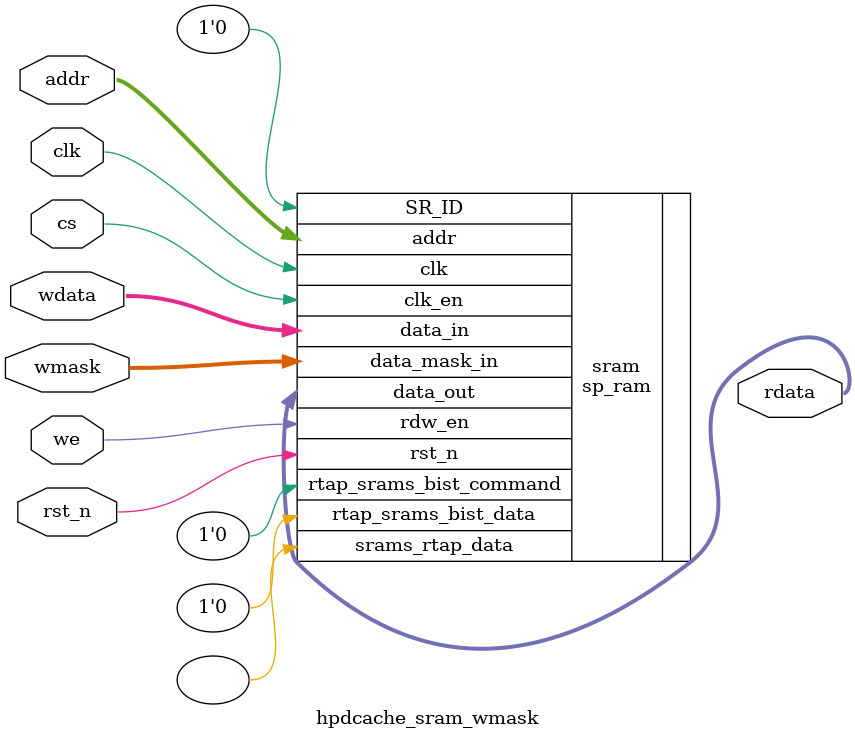
<source format=sv>
/*
 *  Copyright 2023 CEA*
 *  *Commissariat a l'Energie Atomique et aux Energies Alternatives (CEA)
 *
 *  SPDX-License-Identifier: Apache-2.0 WITH SHL-2.1
 *
 *  Licensed under the Solderpad Hardware License v 2.1 (the “License”); you
 *  may not use this file except in compliance with the License, or, at your
 *  option, the Apache License version 2.0. You may obtain a copy of the
 *  License at
 *
 *  https://solderpad.org/licenses/SHL-2.1/
 *
 *  Unless required by applicable law or agreed to in writing, any work
 *  distributed under the License is distributed on an “AS IS” BASIS, WITHOUT
 *  WARRANTIES OR CONDITIONS OF ANY KIND, either express or implied. See the
 *  License for the specific language governing permissions and limitations
 *  under the License.
 */
/*
 *  Authors       : Cesar Fuguet
 *  Creation Date : March, 2020
 *  Description   : Wrapper for 1RW SRAM macros implementing write bit mask
 *  History       :
 */
module hpdcache_sram_wmask
#(
    parameter int unsigned ADDR_SIZE = 0,
    parameter int unsigned DATA_SIZE = 0,
    parameter int unsigned DEPTH = 2**ADDR_SIZE
)
(
    input  logic                  clk,
    input  logic                  rst_n,
    input  logic                  cs,
    input  logic                  we,
    input  logic [ADDR_SIZE-1:0]  addr,
    input  logic [DATA_SIZE-1:0]  wdata,
    input  logic [DATA_SIZE-1:0]  wmask,
    output logic [DATA_SIZE-1:0]  rdata
);

    sp_ram #(
        .ADDR_WIDTH(ADDR_SIZE),
        .DATA_WIDTH(DATA_SIZE),
        `ifdef SRAM_IP
        .INSTANTIATE_ASIC_MEMORY(1'b1),
        `else
        .INSTANTIATE_ASIC_MEMORY(1'b0),
        `endif
        .INIT_MEMORY_ON_RESET('0) // HPDC doesn't initialize any SRAM
    ) sram (
        .SR_ID('0),
        .clk(clk),
        .rst_n(rst_n),
        .clk_en(cs),
        .rdw_en(we),
        .addr(addr),
        .data_in(wdata),
        .data_mask_in(wmask),
        .data_out(rdata),
        .srams_rtap_data( /* Unconnected */ ),
        .rtap_srams_bist_command('0),
        .rtap_srams_bist_data('0)
    );

endmodule : hpdcache_sram_wmask

</source>
